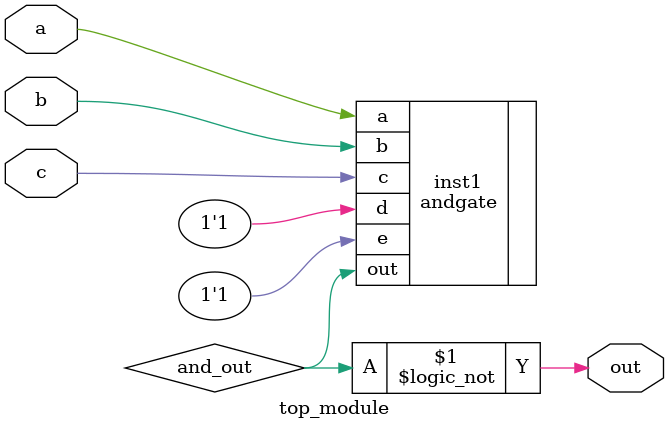
<source format=v>

`default_nettype none

module top_module (
    input       a,
    input       b,
    input       c,
    output      out
);

    wire        and_out;

    andgate inst1 (
        .a      ( a         ),
        .b      ( b         ),
        .c      ( c         ),
        .d      ( 1'b1      ),
        .e      ( 1'b1      ),
        .out    ( and_out   )
    );

    assign out = !and_out;

endmodule
</source>
